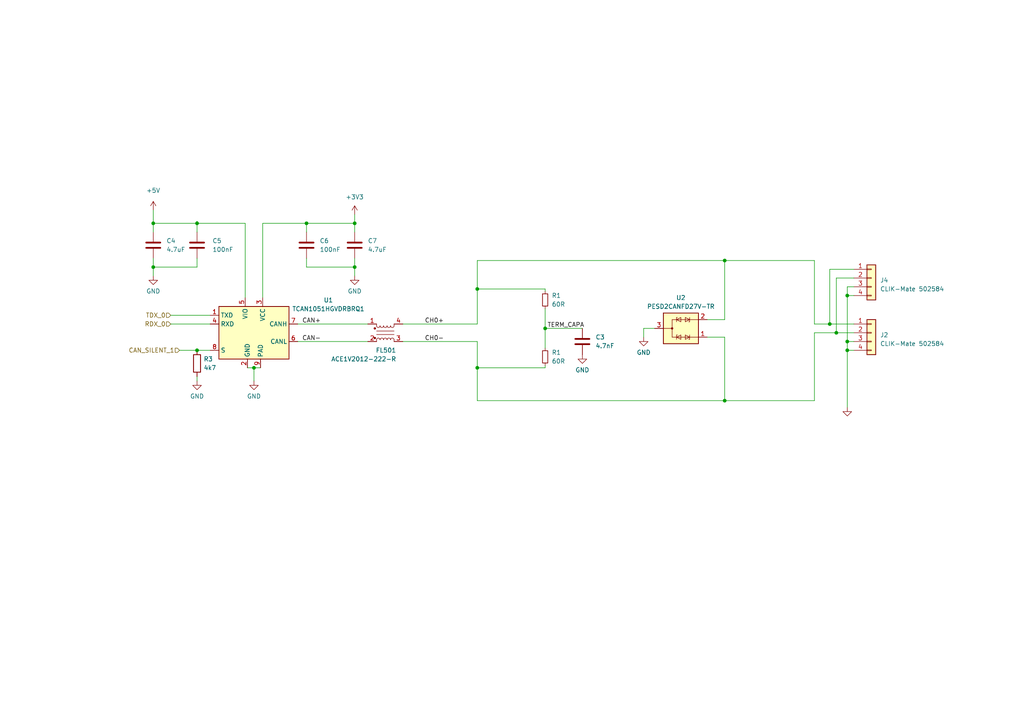
<source format=kicad_sch>
(kicad_sch (version 20230121) (generator eeschema)
  (paper "A4")
  (title_block (title "CAN Bus 0 Interface ") (comment 1 "Author Originel: Yassine Bakkali") (comment 2 "Revision faite par Pedro Conde"))
  (lib_symbols
    (symbol "0_power_protection:PESD2CANFD27V-TR" (pin_names hide)
      (property "Reference" "U" (at -3.81 -6.985 0))
      (property "Value" "PESD2CANFD27V-TR" (at 14.605 -7.62 0))
      (symbol "PESD2CANFD27V-TR_0_0"
        (pin passive line (at 0 -8.255 90) (length 2.54) (name "CC") (number "3"))
      )
      (symbol "PESD2CANFD27V-TR_0_1"
        (rectangle (start -4.445 4.445) (end 4.445 -5.715) (stroke (width 0.254)) (fill (type background)))
        (circle (center 0 -3.175) (radius 0.254) (fill (type outline)))
        (polyline (pts (xy -2.54 -3.175) (xy -2.54 -1.905)))
        (polyline (pts (xy -2.54 -3.175) (xy 2.54 -3.175)))
        (polyline (pts (xy -2.54 1.905) (xy -2.54 -1.905)))
        (polyline (pts (xy -2.54 4.445) (xy -2.54 1.905)))
        (polyline (pts (xy 0 -3.175) (xy 0 -5.715)))
        (polyline (pts (xy 2.54 -3.175) (xy 2.54 -1.905)))
        (polyline (pts (xy 2.54 1.905) (xy 2.54 -1.905)))
        (polyline (pts (xy 2.54 4.445) (xy 2.54 1.905)))
        (polyline (pts (xy -3.175 -1.651) (xy -3.175 -1.905) (xy -1.905 -1.905)))
        (polyline (pts (xy -3.175 1.905) (xy -1.905 1.905) (xy -1.905 1.651)))
        (polyline (pts (xy 1.905 -1.651) (xy 1.905 -1.905) (xy 3.175 -1.905)))
        (polyline (pts (xy 1.905 1.905) (xy 3.175 1.905) (xy 3.175 1.651)))
        (polyline (pts (xy -2.54 -1.905) (xy -3.175 -0.635) (xy -1.905 -0.635) (xy -2.54 -1.905)))
        (polyline (pts (xy -2.54 1.905) (xy -1.905 0.635) (xy -3.175 0.635) (xy -2.54 1.905)))
        (polyline (pts (xy 2.54 -1.905) (xy 1.905 -0.635) (xy 3.175 -0.635) (xy 2.54 -1.905)))
        (polyline (pts (xy 2.54 1.905) (xy 3.175 0.635) (xy 1.905 0.635) (xy 2.54 1.905)))
      )
      (symbol "PESD2CANFD27V-TR_1_1"
        (pin passive line (at 2.54 6.985 270) (length 2.54) (name "K1") (number "1"))
        (pin passive line (at -2.54 6.985 270) (length 2.54) (name "K2") (number "2"))
      )
    )
    (symbol "Connector_Generic:Conn_01x04" (pin_names (offset 1.016) hide)
      (property "Reference" "J" (at 0 5.08 0))
      (property "Value" "Conn_01x04" (at 0 -7.62 0))
      (symbol "Conn_01x04_1_1"
        (rectangle (start -1.27 -4.953) (end 0 -5.207) (stroke (width 0.1524)))
        (rectangle (start -1.27 -2.413) (end 0 -2.667) (stroke (width 0.1524)))
        (rectangle (start -1.27 0.127) (end 0 -0.127) (stroke (width 0.1524)))
        (rectangle (start -1.27 2.667) (end 0 2.413) (stroke (width 0.1524)))
        (rectangle (start -1.27 3.81) (end 1.27 -6.35) (stroke (width 0.254)) (fill (type background)))
        (pin passive line (at -5.08 2.54 0) (length 3.81) (name "Pin_1") (number "1"))
        (pin passive line (at -5.08 0 0) (length 3.81) (name "Pin_2") (number "2"))
        (pin passive line (at -5.08 -2.54 0) (length 3.81) (name "Pin_3") (number "3"))
        (pin passive line (at -5.08 -5.08 0) (length 3.81) (name "Pin_4") (number "4"))
      )
    )
    (symbol "Device:C" (pin_numbers hide) (pin_names (offset 0.254))
      (property "Reference" "C" (at 0.635 2.54 0))
      (property "Value" "C" (at 0.635 -2.54 0))
      (symbol "C_0_1"
        (polyline (pts (xy -2.032 -0.762) (xy 2.032 -0.762)) (stroke (width 0.508)))
        (polyline (pts (xy -2.032 0.762) (xy 2.032 0.762)) (stroke (width 0.508)))
      )
      (symbol "C_1_1"
        (pin passive line (at 0 3.81 270) (length 2.794) (name "~") (number "1"))
        (pin passive line (at 0 -3.81 90) (length 2.794) (name "~") (number "2"))
      )
    )
    (symbol "Device:Filter_EMI_LL_1423" (pin_names hide)
      (property "Reference" "FL" (at 0 4.445 0))
      (property "Value" "Filter_EMI_LL_1423" (at 0 -4.445 0))
      (symbol "Filter_EMI_LL_1423_0_1"
        (circle (center -3.048 -1.27) (radius 0.254) (fill (type outline)))
        (circle (center -3.048 1.524) (radius 0.254) (fill (type outline)))
        (arc (start -2.54 2.032) (mid -2.032 1.5262) (end -1.524 2.032))
        (arc (start -1.524 -2.032) (mid -2.032 -1.5262) (end -2.54 -2.032))
        (arc (start -1.524 2.032) (mid -1.016 1.5262) (end -0.508 2.032))
        (arc (start -0.508 -2.032) (mid -1.016 -1.5262) (end -1.524 -2.032))
        (arc (start -0.508 2.032) (mid 0 1.5262) (end 0.508 2.032))
        (polyline (pts (xy -2.54 -2.032) (xy -2.54 -2.54)))
        (polyline (pts (xy -2.54 0.508) (xy 2.54 0.508)))
        (polyline (pts (xy -2.54 2.032) (xy -2.54 2.54)))
        (polyline (pts (xy 2.54 -2.032) (xy 2.54 -2.54)))
        (polyline (pts (xy 2.54 -0.508) (xy -2.54 -0.508)))
        (polyline (pts (xy 2.54 2.54) (xy 2.54 2.032)))
        (arc (start 0.508 -2.032) (mid 0 -1.5262) (end -0.508 -2.032))
        (arc (start 0.508 2.032) (mid 1.016 1.5262) (end 1.524 2.032))
        (arc (start 1.524 -2.032) (mid 1.016 -1.5262) (end 0.508 -2.032))
        (arc (start 1.524 2.032) (mid 2.032 1.5262) (end 2.54 2.032))
        (arc (start 2.54 -2.032) (mid 2.032 -1.5262) (end 1.524 -2.032))
      )
      (symbol "Filter_EMI_LL_1423_1_1"
        (pin passive line (at -5.08 -2.54 0) (length 2.54) (name "1") (number "1"))
        (pin passive line (at -5.08 2.54 0) (length 2.54) (name "2") (number "2"))
        (pin passive line (at 5.08 2.54 180) (length 2.54) (name "3") (number "3"))
        (pin passive line (at 5.08 -2.54 180) (length 2.54) (name "4") (number "4"))
      )
    )
    (symbol "Device:R" (pin_numbers hide) (pin_names (offset 0))
      (property "Reference" "R" (at 2.032 0 90))
      (property "Value" "R" (at 0 0 90))
      (symbol "R_0_1"
        (rectangle (start -1.016 -2.54) (end 1.016 2.54) (stroke (width 0.254)))
      )
      (symbol "R_1_1"
        (pin passive line (at 0 3.81 270) (length 1.27) (name "~") (number "1"))
        (pin passive line (at 0 -3.81 90) (length 1.27) (name "~") (number "2"))
      )
    )
    (symbol "Device:R_Small" (pin_numbers hide) (pin_names (offset 0.254) hide)
      (property "Reference" "R" (at 0.762 0.508 0))
      (property "Value" "R_Small" (at 0.762 -1.016 0))
      (symbol "R_Small_0_1"
        (rectangle (start -0.762 1.778) (end 0.762 -1.778) (stroke (width 0.2032)))
      )
      (symbol "R_Small_1_1"
        (pin passive line (at 0 2.54 270) (length 0.762) (name "~") (number "1"))
        (pin passive line (at 0 -2.54 90) (length 0.762) (name "~") (number "2"))
      )
    )
    (symbol "Jetson Hat:TCAN1051HGDQ1"
      (property "Reference" "U2" (at 10.16 8.89 0))
      (property "Value" "TCAN1051HGVDRBRQ1" (at -3.175 -9.525 0))
      (symbol "TCAN1051HGDQ1_0_1"
        (rectangle (start -10.16 7.62) (end 10.16 -7.62) (stroke (width 0.254)) (fill (type background)))
      )
      (symbol "TCAN1051HGDQ1_1_1"
        (pin input line (at -12.7 5.08 0) (length 2.54) (name "TXD") (number "1"))
        (pin power_in line (at -1.905 -10.16 90) (length 2.54) (name "GND") (number "2"))
        (pin power_in line (at 2.54 10.16 270) (length 2.54) (name "VCC") (number "3"))
        (pin output line (at -12.7 2.54 0) (length 2.54) (name "RXD") (number "4"))
        (pin power_in line (at -2.54 10.16 270) (length 2.54) (name "VIO") (number "5"))
        (pin bidirectional line (at 12.7 -2.54 180) (length 2.54) (name "CANL") (number "6"))
        (pin bidirectional line (at 12.7 2.54 180) (length 2.54) (name "CANH") (number "7"))
        (pin input line (at -12.7 -5.08 0) (length 2.54) (name "S") (number "8"))
        (pin passive line (at 1.905 -10.16 90) (length 2.54) (name "PAD") (number "9"))
      )
    )
    (symbol "PCM_4ms_Power-symbol:+3.3V" (power) (pin_names (offset 0))
      (property "Value" "+3.3V" (at 0 3.556 0))
      (symbol "+3.3V_0_1"
        (polyline (pts (xy -0.762 1.27) (xy 0 2.54)))
        (polyline (pts (xy 0 0) (xy 0 2.54)))
        (polyline (pts (xy 0 2.54) (xy 0.762 1.27)))
      )
      (symbol "+3.3V_1_1"
        (pin power_in line (at 0 0 90) (length 0) hide (name "+3V3") (number "1"))
      )
    )
    (symbol "PCM_4ms_Power-symbol:GND" (power) (pin_names (offset 0))
      (property "Value" "GND" (at 0 -3.81 0))
      (symbol "GND_0_1"
        (polyline (pts (xy 0 0) (xy 0 -1.27) (xy 1.27 -1.27) (xy 0 -2.54) (xy -1.27 -1.27) (xy 0 -1.27)))
      )
      (symbol "GND_1_1"
        (pin power_in line (at 0 0 270) (length 0) hide (name "GND") (number "1"))
      )
    )
    (symbol "power:+5V" (power) (pin_names (offset 0))
      (property "Value" "+5V" (at 0 3.556 0))
      (symbol "+5V_0_1"
        (polyline (pts (xy -0.762 1.27) (xy 0 2.54)))
        (polyline (pts (xy 0 0) (xy 0 2.54)))
        (polyline (pts (xy 0 2.54) (xy 0.762 1.27)))
      )
      (symbol "+5V_1_1"
        (pin power_in line (at 0 0 90) (length 0) hide (name "+5V") (number "1"))
      )
    )
    (symbol "power:GND" (power) (pin_names (offset 0))
      (property "Value" "GND" (at 0 -3.81 0))
      (symbol "GND_0_1"
        (polyline (pts (xy 0 0) (xy 0 -1.27) (xy 1.27 -1.27) (xy 0 -2.54) (xy -1.27 -1.27) (xy 0 -1.27)))
      )
      (symbol "GND_1_1"
        (pin power_in line (at 0 0 270) (length 0) hide (name "GND") (number "1"))
      )
    )
  )
  (junction (at 44.45 64.77))
  (junction (at 240.665 93.98))
  (junction (at 57.15 64.77))
  (junction (at 245.745 99.06))
  (junction (at 102.87 77.47))
  (junction (at 210.185 116.205))
  (junction (at 57.15 101.6))
  (junction (at 245.745 85.725))
  (junction (at 138.43 83.82))
  (junction (at 73.66 106.68))
  (junction (at 102.87 64.77))
  (junction (at 138.43 106.68))
  (junction (at 245.745 101.6))
  (junction (at 88.9 64.77))
  (junction (at 158.115 95.25))
  (junction (at 242.57 96.52))
  (junction (at 44.45 77.47))
  (junction (at 210.185 75.565))
  (wire (pts (xy 57.15 74.93) (xy 57.15 77.47)))
  (wire (pts (xy 158.115 95.25) (xy 158.115 100.965)))
  (wire (pts (xy 44.45 77.47) (xy 44.45 74.93)))
  (wire (pts (xy 102.87 77.47) (xy 102.87 80.01)))
  (wire (pts (xy 86.36 99.06) (xy 106.68 99.06)))
  (wire (pts (xy 44.45 64.77) (xy 57.15 64.77)))
  (wire (pts (xy 245.745 85.725) (xy 245.745 83.185)))
  (wire (pts (xy 88.9 67.31) (xy 88.9 64.77)))
  (wire (pts (xy 138.43 99.06) (xy 138.43 106.68)))
  (wire (pts (xy 138.43 75.565) (xy 210.185 75.565)))
  (wire (pts (xy 57.15 77.47) (xy 44.45 77.47)))
  (wire (pts (xy 102.87 74.93) (xy 102.87 77.47)))
  (wire (pts (xy 236.22 75.565) (xy 236.22 93.98)))
  (wire (pts (xy 60.96 101.6) (xy 57.15 101.6)))
  (wire (pts (xy 210.185 92.71) (xy 205.105 92.71)))
  (wire (pts (xy 44.45 64.77) (xy 44.45 67.31)))
  (wire (pts (xy 102.87 62.23) (xy 102.87 64.77)))
  (wire (pts (xy 57.15 109.22) (xy 57.15 110.49)))
  (wire (pts (xy 242.57 80.645) (xy 242.57 96.52)))
  (wire (pts (xy 242.57 80.645) (xy 247.65 80.645)))
  (wire (pts (xy 76.2 64.77) (xy 76.2 86.36)))
  (wire (pts (xy 242.57 96.52) (xy 247.65 96.52)))
  (wire (pts (xy 88.9 77.47) (xy 102.87 77.47)))
  (wire (pts (xy 245.745 85.725) (xy 247.65 85.725)))
  (wire (pts (xy 57.15 64.135) (xy 57.15 64.77)))
  (wire (pts (xy 49.53 93.98) (xy 60.96 93.98)))
  (wire (pts (xy 138.43 83.82) (xy 158.115 83.82)))
  (wire (pts (xy 138.43 106.68) (xy 158.115 106.68)))
  (wire (pts (xy 57.15 64.77) (xy 57.15 67.31)))
  (wire (pts (xy 186.69 97.79) (xy 186.69 95.25)))
  (wire (pts (xy 75.565 106.68) (xy 73.66 106.68)))
  (wire (pts (xy 44.45 77.47) (xy 44.45 80.01)))
  (wire (pts (xy 158.115 95.25) (xy 168.91 95.25)))
  (wire (pts (xy 245.745 118.11) (xy 245.745 101.6)))
  (wire (pts (xy 88.9 64.77) (xy 76.2 64.77)))
  (wire (pts (xy 138.43 106.68) (xy 138.43 116.205)))
  (wire (pts (xy 245.745 85.725) (xy 245.745 99.06)))
  (wire (pts (xy 86.36 93.98) (xy 106.68 93.98)))
  (wire (pts (xy 102.87 64.77) (xy 102.87 67.31)))
  (wire (pts (xy 210.185 97.79) (xy 205.105 97.79)))
  (wire (pts (xy 88.9 77.47) (xy 88.9 74.93)))
  (wire (pts (xy 138.43 75.565) (xy 138.43 83.82)))
  (wire (pts (xy 116.84 93.98) (xy 138.43 93.98)))
  (wire (pts (xy 236.22 96.52) (xy 242.57 96.52)))
  (wire (pts (xy 138.43 83.82) (xy 138.43 93.98)))
  (wire (pts (xy 210.185 116.205) (xy 236.22 116.205)))
  (wire (pts (xy 158.115 84.455) (xy 158.115 83.82)))
  (wire (pts (xy 245.745 99.06) (xy 247.65 99.06)))
  (wire (pts (xy 73.66 106.68) (xy 73.66 110.49)))
  (wire (pts (xy 210.185 75.565) (xy 236.22 75.565)))
  (wire (pts (xy 245.745 101.6) (xy 247.65 101.6)))
  (wire (pts (xy 186.69 95.25) (xy 189.865 95.25)))
  (wire (pts (xy 49.53 91.44) (xy 60.96 91.44)))
  (wire (pts (xy 88.9 64.77) (xy 102.87 64.77)))
  (wire (pts (xy 240.665 78.105) (xy 247.65 78.105)))
  (wire (pts (xy 71.755 106.68) (xy 73.66 106.68)))
  (wire (pts (xy 116.84 99.06) (xy 138.43 99.06)))
  (wire (pts (xy 240.665 93.98) (xy 236.22 93.98)))
  (wire (pts (xy 236.22 96.52) (xy 236.22 116.205)))
  (wire (pts (xy 158.115 89.535) (xy 158.115 95.25)))
  (wire (pts (xy 57.15 64.77) (xy 71.12 64.77)))
  (wire (pts (xy 245.745 99.06) (xy 245.745 101.6)))
  (wire (pts (xy 240.665 78.105) (xy 240.665 93.98)))
  (wire (pts (xy 71.12 64.77) (xy 71.12 86.36)))
  (wire (pts (xy 44.45 60.96) (xy 44.45 64.77)))
  (wire (pts (xy 245.745 83.185) (xy 247.65 83.185)))
  (wire (pts (xy 240.665 93.98) (xy 247.65 93.98)))
  (wire (pts (xy 158.115 106.045) (xy 158.115 106.68)))
  (wire (pts (xy 210.185 116.205) (xy 210.185 97.79)))
  (wire (pts (xy 52.07 101.6) (xy 57.15 101.6)))
  (wire (pts (xy 210.185 75.565) (xy 210.185 92.71)))
  (wire (pts (xy 138.43 116.205) (xy 210.185 116.205)))
  (label "CH0+" (at 123.19 93.98 0))
  (label "CH0-" (at 123.19 99.06 0))
  (label "CAN-" (at 87.63 99.06 0))
  (label "CAN+" (at 87.63 93.98 0))
  (label "TERM_CAPA" (at 158.75 95.25 0))
  (hierarchical_label "RDX_0" (shape input) (at 49.53 93.98 180))
  (hierarchical_label "TDX_0" (shape input) (at 49.53 91.44 180))
  (hierarchical_label "CAN_SILENT_1" (shape input) (at 52.07 101.6 180))
  (symbol (lib_id "power:GND") (at 102.87 80.01 0) (unit 1)
    (property "Reference" "#PWR09" (effects hide))
    (property "Value" "GND" (at 102.87 84.455 0))
    (instances (project "can_transceiver" (path "" (reference "#PWR09") (unit 1))) (project "NODE_CONNECTORS" (path "" (reference "#PWR09") (unit 1))) (project "orion_pcb" (path "" (reference "#PWR0522") (unit 1))) (project "HatV3" (path "" (reference "#PWR06") (unit 1))))
  )
  (symbol (lib_id "Device:C") (at 88.9 71.12 0) (unit 1)
    (property "Reference" "C6" (at 92.71 69.8499 0) (effects (justify left)))
    (property "Value" "100nF" (at 92.71 72.3899 0) (effects (justify left)))
    (property "Footprint" "Capacitor_SMD:C_0402_1005Metric" (effects hide))
    (property "Datasheet" "https://www.yuden.co.jp/productdata/catalog/mlcc06_e.pdf" (effects hide))
    (property "Digikey ref" "587-3498-1-ND" (effects hide))
    (property "Manufacturer ref" "UMK105B7104KV-FR" (effects hide))
    (instances (project "can_transceiver" (path "" (reference "C6") (unit 1))) (project "NODE_CONNECTORS" (path "" (reference "C6") (unit 1))) (project "orion_pcb" (path "" (reference "C511") (unit 1))) (project "HatV3" (path "" (reference "C3") (unit 1))))
  )
  (symbol (lib_id "power:+5V") (at 44.45 60.96 0) (unit 1)
    (property "Reference" "#PWR05" (effects hide))
    (property "Value" "+5V" (at 44.45 55.245 0))
    (instances (project "can_transceiver" (path "" (reference "#PWR05") (unit 1))) (project "NODE_CONNECTORS" (path "" (reference "#PWR05") (unit 1))) (project "orion_pcb" (path "" (reference "#PWR0515") (unit 1))) (project "HatV3" (path "" (reference "#PWR01") (unit 1))))
  )
  (symbol (lib_id "Device:R_Small") (at 158.115 103.505 0) (unit 1)
    (property "Reference" "R1" (at 160.02 102.2349 0) (effects (justify left)))
    (property "Value" "60R" (at 160.02 104.7749 0) (effects (justify left)))
    (property "Footprint" "Resistor_SMD:R_0603_1608Metric" (effects hide))
    (property "Datasheet" "https://www.vishay.com/docs/20043/crcwhpe3.pdf" (effects hide))
    (property "Digikey ref" "541-60.4SCT-ND" (effects hide))
    (property "Manufacturer ref" "CRCW060360R4FKEAHP" (effects hide))
    (instances (project "can_transceiver" (path "" (reference "R1") (unit 1))) (project "orion_pcb" (path "" (reference "R502") (unit 1))) (project "HatV3" (path "" (reference "R3") (unit 1))))
  )
  (symbol (lib_id "Device:C") (at 168.91 99.06 0) (unit 1)
    (property "Reference" "C3" (at 172.72 97.79 0) (effects (justify left)))
    (property "Value" "4.7nF" (at 172.72 100.33 0) (effects (justify left)))
    (property "Footprint" "Capacitor_SMD:C_0402_1005Metric" (effects hide))
    (property "Datasheet" "https://mm.digikey.com/Volume0/opasdata/d220001/medias/docus/609/CL05B472KB5NNNC_Spec.pdf" (effects hide))
    (property "Digikey ref" "1276-1125-1-ND" (effects hide))
    (property "Manufacturer ref" "CL05B472KB5NNNC" (effects hide))
    (instances (project "can_transceiver" (path "" (reference "C3") (unit 1))) (project "orion_pcb" (path "" (reference "C505") (unit 1))) (project "HatV3" (path "" (reference "C5") (unit 1))))
  )
  (symbol (lib_id "Device:C") (at 57.15 71.12 0) (unit 1)
    (property "Reference" "C5" (at 61.595 69.85 0) (effects (justify left)))
    (property "Value" "100nF" (at 61.595 72.39 0) (effects (justify left)))
    (property "Footprint" "Capacitor_SMD:C_0402_1005Metric" (effects hide))
    (property "Datasheet" "https://www.yuden.co.jp/productdata/catalog/mlcc06_e.pdf" (effects hide))
    (property "Digikey ref" "587-3498-1-ND" (effects hide))
    (property "Manufacturer ref" "UMK105B7104KV-FR" (effects hide))
    (instances (project "can_transceiver" (path "" (reference "C5") (unit 1))) (project "NODE_CONNECTORS" (path "" (reference "C5") (unit 1))) (project "orion_pcb" (path "" (reference "C510") (unit 1))) (project "HatV3" (path "" (reference "C2") (unit 1))))
  )
  (symbol (lib_id "0_power_protection:PESD2CANFD27V-TR") (at 198.12 95.25 270) (unit 1)
    (property "Reference" "U2" (at 197.485 86.36 90))
    (property "Value" "PESD2CANFD27V-TR" (at 197.485 88.9 90))
    (property "Footprint" "Package_TO_SOT_SMD:SOT-23" (effects hide))
    (property "Datasheet" "https://assets.nexperia.com/documents/data-sheet/PESD2CANFD27V-T.pdf" (effects hide))
    (instances (project "jetson_hat" (path "" (reference "U2") (unit 1)) (path "" (reference "U4") (unit 1)) (path "" (reference "U8") (unit 1))) (project "HatV3" (path "" (reference "U2") (unit 1))))
  )
  (symbol (lib_id "Connector_Generic:Conn_01x04") (at 252.73 96.52 0) (unit 1)
    (property "Reference" "J2" (at 255.27 97.155 0) (effects (justify left)))
    (property "Value" "CLIK-Mate 502584" (at 255.27 99.695 0) (effects (justify left)))
    (property "Footprint" "Connector_Molex:Molex_CLIK-Mate_505405-0470_1x04-1MP_P1.50mm_Vertical" (effects hide))
    (instances (project "jetson_hat" (path "" (reference "J2") (unit 1)) (path "" (reference "J3") (unit 1)) (path "" (reference "J9") (unit 1))) (project "HatV3" (path "" (reference "J2") (unit 1))))
  )
  (symbol (lib_id "Device:R_Small") (at 158.115 86.995 0) (unit 1)
    (property "Reference" "R1" (at 160.02 85.7249 0) (effects (justify left)))
    (property "Value" "60R" (at 160.02 88.2649 0) (effects (justify left)))
    (property "Footprint" "Resistor_SMD:R_0603_1608Metric" (effects hide))
    (property "Datasheet" "https://www.vishay.com/docs/20043/crcwhpe3.pdf" (effects hide))
    (property "Digikey ref" "541-60.4SCT-ND" (effects hide))
    (property "Manufacturer ref" "CRCW060360R4FKEAHP" (effects hide))
    (instances (project "can_transceiver" (path "" (reference "R1") (unit 1))) (project "orion_pcb" (path "" (reference "R501") (unit 1))) (project "HatV3" (path "" (reference "R2") (unit 1))))
  )
  (symbol (lib_id "power:GND") (at 44.45 80.01 0) (unit 1)
    (property "Reference" "#PWR06" (effects hide))
    (property "Value" "GND" (at 44.45 84.455 0))
    (instances (project "can_transceiver" (path "" (reference "#PWR06") (unit 1))) (project "NODE_CONNECTORS" (path "" (reference "#PWR06") (unit 1))) (project "orion_pcb" (path "" (reference "#PWR0516") (unit 1))) (project "HatV3" (path "" (reference "#PWR02") (unit 1))))
  )
  (symbol (lib_id "Device:C") (at 102.87 71.12 0) (unit 1)
    (property "Reference" "C7" (at 106.68 69.8499 0) (effects (justify left)))
    (property "Value" "4.7uF" (at 106.68 72.3899 0) (effects (justify left)))
    (property "Footprint" "Capacitor_SMD:C_0402_1005Metric" (effects hide))
    (property "Datasheet" "https://media.digikey.com/pdf/Data%20Sheets/Samsung%20PDFs/CL05A475MP5NRNC_Spec.pdf" (effects hide))
    (property "Digikey ref" "1276-1482-1-ND" (effects hide))
    (property "Manufacturer ref" "CL05A475MP5NRNC" (effects hide))
    (instances (project "can_transceiver" (path "" (reference "C7") (unit 1))) (project "NODE_CONNECTORS" (path "" (reference "C7") (unit 1))) (project "orion_pcb" (path "" (reference "C513") (unit 1))) (project "HatV3" (path "" (reference "C4") (unit 1))))
  )
  (symbol (lib_id "PCM_4ms_Power-symbol:GND") (at 186.69 97.79 0) (unit 1)
    (property "Reference" "#PWR02" (effects hide))
    (property "Value" "GND" (at 186.69 102.235 0))
    (instances (project "jetson_hat" (path "" (reference "#PWR02") (unit 1)) (path "" (reference "#PWR011") (unit 1)) (path "" (reference "#PWR021") (unit 1)) (path "" (reference "#PWR044") (unit 1))) (project "HatV3" (path "" (reference "#PWR08") (unit 1))))
  )
  (symbol (lib_id "PCM_4ms_Power-symbol:GND") (at 245.745 118.11 0) (unit 1)
    (property "Reference" "#PWR02" (effects hide))
    (property "Value" "GND" (effects hide))
    (instances (project "jetson_hat" (path "" (reference "#PWR02") (unit 1)) (path "" (reference "#PWR013") (unit 1)) (path "" (reference "#PWR023") (unit 1)) (path "" (reference "#PWR046") (unit 1))) (project "HatV3" (path "" (reference "#PWR09") (unit 1))))
  )
  (symbol (lib_id "Device:C") (at 44.45 71.12 0) (unit 1)
    (property "Reference" "C4" (at 48.26 69.8499 0) (effects (justify left)))
    (property "Value" "4.7uF" (at 48.26 72.3899 0) (effects (justify left)))
    (property "Footprint" "Capacitor_SMD:C_0402_1005Metric" (effects hide))
    (property "Datasheet" "https://media.digikey.com/pdf/Data%20Sheets/Samsung%20PDFs/CL05A475MP5NRNC_Spec.pdf" (effects hide))
    (property "Digikey ref" "1276-1482-1-ND" (effects hide))
    (property "Manufacturer ref" "CL05A475MP5NRNC" (effects hide))
    (instances (project "can_transceiver" (path "" (reference "C4") (unit 1))) (project "NODE_CONNECTORS" (path "" (reference "C4") (unit 1))) (project "orion_pcb" (path "" (reference "C508") (unit 1))) (project "HatV3" (path "" (reference "C1") (unit 1))))
  )
  (symbol (lib_id "Device:R") (at 57.15 105.41 0) (unit 1)
    (property "Reference" "R3" (at 59.055 104.1399 0) (effects (justify left)))
    (property "Value" "4k7" (at 59.055 106.6799 0) (effects (justify left)))
    (property "Footprint" "Resistor_SMD:R_0402_1005Metric" (effects hide))
    (property "Datasheet" "https://www.te.com/usa-en/product-3-2176325-3.datasheet.pdf" (effects hide))
    (property "Digikey ref" "A130363CT-ND" (effects hide))
    (property "Manufacturer ref" "CRGP0402F4K7" (effects hide))
    (instances (project "can_transceiver" (path "" (reference "R3") (unit 1))) (project "orion_pcb" (path "" (reference "R505") (unit 1))) (project "HatV3" (path "" (reference "R4") (unit 1)) (path "" (reference "R1") (unit 1))))
  )
  (symbol (lib_id "Connector_Generic:Conn_01x04") (at 252.73 80.645 0) (unit 1)
    (property "Reference" "J4" (at 255.27 81.28 0) (effects (justify left)))
    (property "Value" "CLIK-Mate 502584" (at 255.27 83.82 0) (effects (justify left)))
    (property "Footprint" "Connector_Molex:Molex_CLIK-Mate_505405-0470_1x04-1MP_P1.50mm_Vertical" (effects hide))
    (instances (project "jetson_hat" (path "" (reference "J4") (unit 1)) (path "" (reference "J5") (unit 1)) (path "" (reference "J7") (unit 1))) (project "HatV3" (path "" (reference "J1") (unit 1))))
  )
  (symbol (lib_id "power:GND") (at 57.15 110.49 0) (unit 1)
    (property "Reference" "#PWR010" (effects hide))
    (property "Value" "GND" (at 57.15 114.935 0))
    (instances (project "can_transceiver" (path "" (reference "#PWR010") (unit 1))) (project "orion_pcb" (path "" (reference "#PWR0519") (unit 1))) (project "HatV3" (path "" (reference "#PWR012") (unit 1)) (path "" (reference "#PWR03") (unit 1))))
  )
  (symbol (lib_id "PCM_4ms_Power-symbol:+3.3V") (at 102.87 62.23 0) (unit 1)
    (property "Reference" "#PWR01" (effects hide))
    (property "Value" "+3V3" (at 102.87 57.15 0))
    (instances (project "jetson_hat" (path "" (reference "#PWR01") (unit 1))) (project "HatV3" (path "" (reference "#PWR019") (unit 1)) (path "" (reference "#PWR05") (unit 1))))
  )
  (symbol (lib_id "Device:Filter_EMI_LL_1423") (at 111.76 96.52 0) (mirror x) (unit 1)
    (property "Reference" "FL501" (at 114.935 101.6 0) (effects (justify right)))
    (property "Value" "ACE1V2012-222-R" (at 114.935 104.14 0) (effects (justify right)))
    (property "Footprint" "0_inductor:ACE1V2012-222-R" (effects hide))
    (property "Datasheet" "https://www.eaton.com/content/dam/eaton/products/electronic-components/resources/data-sheet/eaton-ace1v2012-automotive-common-mode-chip-inductor-data-sheet.pdf" (effects hide))
    (property "Digikey ref" "283-ACE1V2012-222-RCT-ND" (effects hide))
    (property "Manufacturer ref" "ACE1V2012-222-R" (effects hide))
    (instances (project "NODE_CONNECTORS" (path "" (reference "FL501") (unit 1))) (project "orion_pcb" (path "" (reference "FL501") (unit 1))) (project "HatV3" (path "" (reference "FL1") (unit 1))))
  )
  (symbol (lib_id "power:GND") (at 73.66 110.49 0) (unit 1)
    (property "Reference" "#PWR010" (effects hide))
    (property "Value" "GND" (at 73.66 114.935 0))
    (instances (project "can_transceiver" (path "" (reference "#PWR010") (unit 1))) (project "orion_pcb" (path "" (reference "#PWR0519") (unit 1))) (project "HatV3" (path "" (reference "#PWR04") (unit 1))))
  )
  (symbol (lib_id "Jetson Hat:TCAN1051HGDQ1") (at 73.66 96.52 0) (unit 1)
    (property "Reference" "U1" (at 95.25 87.0519 0))
    (property "Value" "TCAN1051HGVDRBRQ1" (at 95.25 89.5919 0))
    (property "Footprint" "0_various:HVSON-8-1EP_3x3mm_P0.65mm_EP1.6x2.4mm_ThermalVias" (effects hide))
    (property "Datasheet" "https://www.ti.com/general/docs/suppproductinfo.tsp?distId=10&gotoUrl=https%3A%2F%2Fwww.ti.com%2Flit%2Fgpn%2Ftcan1051-q1" (effects hide))
    (property "Manufacturer ref" "TCAN1051HGVDRBRQ1" (effects hide))
    (property "Digikey ref" "296-TCAN1051HGVDRBRQ1CT-ND" (effects hide))
  )
  (symbol (lib_id "power:GND") (at 168.91 102.87 0) (unit 1)
    (property "Reference" "#PWR04" (effects hide))
    (property "Value" "GND" (at 168.91 107.315 0))
    (instances (project "can_transceiver" (path "" (reference "#PWR04") (unit 1))) (project "orion_pcb" (path "" (reference "#PWR0511") (unit 1))) (project "HatV3" (path "" (reference "#PWR07") (unit 1))))
  )
)
</source>
